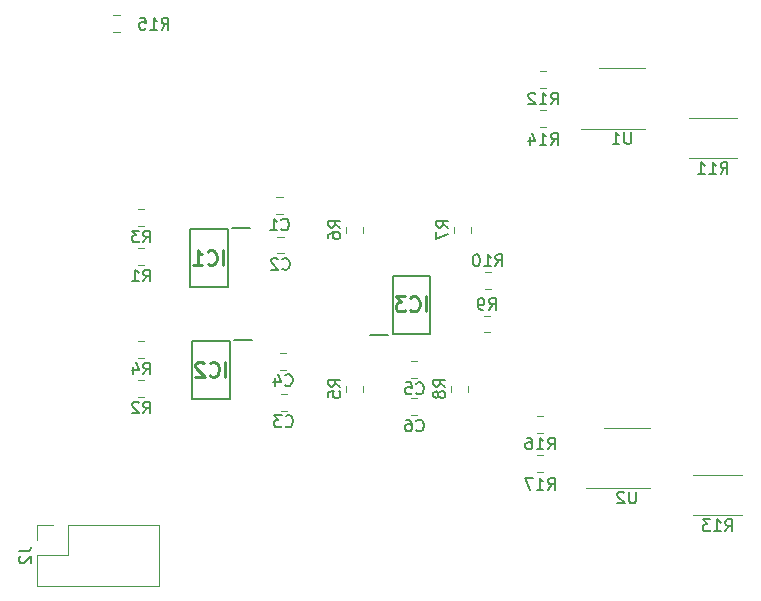
<source format=gbr>
G04 #@! TF.GenerationSoftware,KiCad,Pcbnew,(5.1.5)-3*
G04 #@! TF.CreationDate,2020-10-29T22:06:25+01:00*
G04 #@! TF.ProjectId,res_hat,7265735f-6861-4742-9e6b-696361645f70,rev?*
G04 #@! TF.SameCoordinates,Original*
G04 #@! TF.FileFunction,Legend,Bot*
G04 #@! TF.FilePolarity,Positive*
%FSLAX46Y46*%
G04 Gerber Fmt 4.6, Leading zero omitted, Abs format (unit mm)*
G04 Created by KiCad (PCBNEW (5.1.5)-3) date 2020-10-29 22:06:25*
%MOMM*%
%LPD*%
G04 APERTURE LIST*
%ADD10C,0.200000*%
%ADD11C,0.120000*%
%ADD12C,0.254000*%
%ADD13C,0.150000*%
G04 APERTURE END LIST*
D10*
X88852020Y-132504820D02*
X87327020Y-132504820D01*
X86977020Y-137534820D02*
X86977020Y-132634820D01*
X83777020Y-137534820D02*
X86977020Y-137534820D01*
X83777020Y-132634820D02*
X83777020Y-137534820D01*
X86977020Y-132634820D02*
X83777020Y-132634820D01*
X88669140Y-123050940D02*
X87144140Y-123050940D01*
X86794140Y-128080940D02*
X86794140Y-123180940D01*
X83594140Y-128080940D02*
X86794140Y-128080940D01*
X83594140Y-123180940D02*
X83594140Y-128080940D01*
X86794140Y-123180940D02*
X83594140Y-123180940D01*
D11*
X126245876Y-143951380D02*
X130350004Y-143951380D01*
X126245876Y-147371380D02*
X130350004Y-147371380D01*
X125844556Y-113705060D02*
X129948684Y-113705060D01*
X125844556Y-117125060D02*
X129948684Y-117125060D01*
X77652378Y-106455280D02*
X77135222Y-106455280D01*
X77652378Y-105035280D02*
X77135222Y-105035280D01*
X70689160Y-148164240D02*
X70689160Y-149494240D01*
X72019160Y-148164240D02*
X70689160Y-148164240D01*
X70689160Y-150764240D02*
X70689160Y-153364240D01*
X73289160Y-150764240D02*
X70689160Y-150764240D01*
X73289160Y-148164240D02*
X73289160Y-150764240D01*
X70689160Y-153364240D02*
X80969160Y-153364240D01*
X73289160Y-148164240D02*
X80969160Y-148164240D01*
X80969160Y-148164240D02*
X80969160Y-153364240D01*
X102357422Y-137466000D02*
X102874578Y-137466000D01*
X102357422Y-138886000D02*
X102874578Y-138886000D01*
X102357422Y-134320000D02*
X102874578Y-134320000D01*
X102357422Y-135740000D02*
X102874578Y-135740000D01*
X91260162Y-133630600D02*
X91777318Y-133630600D01*
X91260162Y-135050600D02*
X91777318Y-135050600D01*
X91285562Y-137100240D02*
X91802718Y-137100240D01*
X91285562Y-138520240D02*
X91802718Y-138520240D01*
X91018862Y-123783020D02*
X91536018Y-123783020D01*
X91018862Y-125203020D02*
X91536018Y-125203020D01*
X90940122Y-120445460D02*
X91457278Y-120445460D01*
X90940122Y-121865460D02*
X91457278Y-121865460D01*
X113542578Y-143712000D02*
X113025422Y-143712000D01*
X113542578Y-142292000D02*
X113025422Y-142292000D01*
X113025422Y-138990000D02*
X113542578Y-138990000D01*
X113025422Y-140410000D02*
X113542578Y-140410000D01*
X113796578Y-114502000D02*
X113279422Y-114502000D01*
X113796578Y-113082000D02*
X113279422Y-113082000D01*
X113279422Y-109780000D02*
X113796578Y-109780000D01*
X113279422Y-111200000D02*
X113796578Y-111200000D01*
X109092498Y-128190060D02*
X108575342Y-128190060D01*
X109092498Y-126770060D02*
X108575342Y-126770060D01*
X109023918Y-131890840D02*
X108506762Y-131890840D01*
X109023918Y-130470840D02*
X108506762Y-130470840D01*
X107136000Y-136393422D02*
X107136000Y-136910578D01*
X105716000Y-136393422D02*
X105716000Y-136910578D01*
X107390000Y-122931422D02*
X107390000Y-123448578D01*
X105970000Y-122931422D02*
X105970000Y-123448578D01*
X98246000Y-122931422D02*
X98246000Y-123448578D01*
X96826000Y-122931422D02*
X96826000Y-123448578D01*
X98246000Y-136393422D02*
X98246000Y-136910578D01*
X96826000Y-136393422D02*
X96826000Y-136910578D01*
X79243422Y-132640000D02*
X79760578Y-132640000D01*
X79243422Y-134060000D02*
X79760578Y-134060000D01*
X79243422Y-121464000D02*
X79760578Y-121464000D01*
X79243422Y-122884000D02*
X79760578Y-122884000D01*
X79243422Y-135942000D02*
X79760578Y-135942000D01*
X79243422Y-137362000D02*
X79760578Y-137362000D01*
X79243422Y-124766000D02*
X79760578Y-124766000D01*
X79243422Y-126186000D02*
X79760578Y-126186000D01*
D10*
X98887000Y-132120000D02*
X100414000Y-132120000D01*
X100764000Y-127088000D02*
X100764000Y-131992000D01*
X103960000Y-127088000D02*
X100764000Y-127088000D01*
X103960000Y-131992000D02*
X103960000Y-127088000D01*
X100764000Y-131992000D02*
X103960000Y-131992000D01*
D11*
X120606820Y-145081940D02*
X117156820Y-145081940D01*
X120606820Y-145081940D02*
X122556820Y-145081940D01*
X120606820Y-139961940D02*
X118656820Y-139961940D01*
X120606820Y-139961940D02*
X122556820Y-139961940D01*
X120210580Y-114632420D02*
X116760580Y-114632420D01*
X120210580Y-114632420D02*
X122160580Y-114632420D01*
X120210580Y-109512420D02*
X118260580Y-109512420D01*
X120210580Y-109512420D02*
X122160580Y-109512420D01*
D12*
X86616781Y-135659343D02*
X86616781Y-134389343D01*
X85286305Y-135538391D02*
X85346781Y-135598867D01*
X85528210Y-135659343D01*
X85649162Y-135659343D01*
X85830591Y-135598867D01*
X85951543Y-135477915D01*
X86012020Y-135356962D01*
X86072496Y-135115058D01*
X86072496Y-134933629D01*
X86012020Y-134691724D01*
X85951543Y-134570772D01*
X85830591Y-134449820D01*
X85649162Y-134389343D01*
X85528210Y-134389343D01*
X85346781Y-134449820D01*
X85286305Y-134510296D01*
X84802496Y-134510296D02*
X84742020Y-134449820D01*
X84621067Y-134389343D01*
X84318686Y-134389343D01*
X84197734Y-134449820D01*
X84137258Y-134510296D01*
X84076781Y-134631248D01*
X84076781Y-134752200D01*
X84137258Y-134933629D01*
X84862972Y-135659343D01*
X84076781Y-135659343D01*
X86433901Y-126205463D02*
X86433901Y-124935463D01*
X85103425Y-126084511D02*
X85163901Y-126144987D01*
X85345330Y-126205463D01*
X85466282Y-126205463D01*
X85647711Y-126144987D01*
X85768663Y-126024035D01*
X85829140Y-125903082D01*
X85889616Y-125661178D01*
X85889616Y-125479749D01*
X85829140Y-125237844D01*
X85768663Y-125116892D01*
X85647711Y-124995940D01*
X85466282Y-124935463D01*
X85345330Y-124935463D01*
X85163901Y-124995940D01*
X85103425Y-125056416D01*
X83893901Y-126205463D02*
X84619616Y-126205463D01*
X84256759Y-126205463D02*
X84256759Y-124935463D01*
X84377711Y-125116892D01*
X84498663Y-125237844D01*
X84619616Y-125298320D01*
D13*
X128940797Y-148733760D02*
X129274130Y-148257570D01*
X129512225Y-148733760D02*
X129512225Y-147733760D01*
X129131273Y-147733760D01*
X129036035Y-147781380D01*
X128988416Y-147828999D01*
X128940797Y-147924237D01*
X128940797Y-148067094D01*
X128988416Y-148162332D01*
X129036035Y-148209951D01*
X129131273Y-148257570D01*
X129512225Y-148257570D01*
X127988416Y-148733760D02*
X128559844Y-148733760D01*
X128274130Y-148733760D02*
X128274130Y-147733760D01*
X128369368Y-147876618D01*
X128464606Y-147971856D01*
X128559844Y-148019475D01*
X127655082Y-147733760D02*
X127036035Y-147733760D01*
X127369368Y-148114713D01*
X127226511Y-148114713D01*
X127131273Y-148162332D01*
X127083654Y-148209951D01*
X127036035Y-148305189D01*
X127036035Y-148543284D01*
X127083654Y-148638522D01*
X127131273Y-148686141D01*
X127226511Y-148733760D01*
X127512225Y-148733760D01*
X127607463Y-148686141D01*
X127655082Y-148638522D01*
X128539477Y-118487440D02*
X128872810Y-118011250D01*
X129110905Y-118487440D02*
X129110905Y-117487440D01*
X128729953Y-117487440D01*
X128634715Y-117535060D01*
X128587096Y-117582679D01*
X128539477Y-117677917D01*
X128539477Y-117820774D01*
X128587096Y-117916012D01*
X128634715Y-117963631D01*
X128729953Y-118011250D01*
X129110905Y-118011250D01*
X127587096Y-118487440D02*
X128158524Y-118487440D01*
X127872810Y-118487440D02*
X127872810Y-117487440D01*
X127968048Y-117630298D01*
X128063286Y-117725536D01*
X128158524Y-117773155D01*
X126634715Y-118487440D02*
X127206143Y-118487440D01*
X126920429Y-118487440D02*
X126920429Y-117487440D01*
X127015667Y-117630298D01*
X127110905Y-117725536D01*
X127206143Y-117773155D01*
X81209117Y-106251000D02*
X81542450Y-105774810D01*
X81780545Y-106251000D02*
X81780545Y-105251000D01*
X81399593Y-105251000D01*
X81304355Y-105298620D01*
X81256736Y-105346239D01*
X81209117Y-105441477D01*
X81209117Y-105584334D01*
X81256736Y-105679572D01*
X81304355Y-105727191D01*
X81399593Y-105774810D01*
X81780545Y-105774810D01*
X80256736Y-106251000D02*
X80828164Y-106251000D01*
X80542450Y-106251000D02*
X80542450Y-105251000D01*
X80637688Y-105393858D01*
X80732926Y-105489096D01*
X80828164Y-105536715D01*
X79351974Y-105251000D02*
X79828164Y-105251000D01*
X79875783Y-105727191D01*
X79828164Y-105679572D01*
X79732926Y-105631953D01*
X79494831Y-105631953D01*
X79399593Y-105679572D01*
X79351974Y-105727191D01*
X79304355Y-105822429D01*
X79304355Y-106060524D01*
X79351974Y-106155762D01*
X79399593Y-106203381D01*
X79494831Y-106251000D01*
X79732926Y-106251000D01*
X79828164Y-106203381D01*
X79875783Y-106155762D01*
X69141540Y-150430906D02*
X69855826Y-150430906D01*
X69998683Y-150383287D01*
X70093921Y-150288049D01*
X70141540Y-150145192D01*
X70141540Y-150049954D01*
X69236779Y-150859478D02*
X69189160Y-150907097D01*
X69141540Y-151002335D01*
X69141540Y-151240430D01*
X69189160Y-151335668D01*
X69236779Y-151383287D01*
X69332017Y-151430906D01*
X69427255Y-151430906D01*
X69570112Y-151383287D01*
X70141540Y-150811859D01*
X70141540Y-151430906D01*
X102782666Y-140183142D02*
X102830285Y-140230761D01*
X102973142Y-140278380D01*
X103068380Y-140278380D01*
X103211238Y-140230761D01*
X103306476Y-140135523D01*
X103354095Y-140040285D01*
X103401714Y-139849809D01*
X103401714Y-139706952D01*
X103354095Y-139516476D01*
X103306476Y-139421238D01*
X103211238Y-139326000D01*
X103068380Y-139278380D01*
X102973142Y-139278380D01*
X102830285Y-139326000D01*
X102782666Y-139373619D01*
X101925523Y-139278380D02*
X102116000Y-139278380D01*
X102211238Y-139326000D01*
X102258857Y-139373619D01*
X102354095Y-139516476D01*
X102401714Y-139706952D01*
X102401714Y-140087904D01*
X102354095Y-140183142D01*
X102306476Y-140230761D01*
X102211238Y-140278380D01*
X102020761Y-140278380D01*
X101925523Y-140230761D01*
X101877904Y-140183142D01*
X101830285Y-140087904D01*
X101830285Y-139849809D01*
X101877904Y-139754571D01*
X101925523Y-139706952D01*
X102020761Y-139659333D01*
X102211238Y-139659333D01*
X102306476Y-139706952D01*
X102354095Y-139754571D01*
X102401714Y-139849809D01*
X102782666Y-137037142D02*
X102830285Y-137084761D01*
X102973142Y-137132380D01*
X103068380Y-137132380D01*
X103211238Y-137084761D01*
X103306476Y-136989523D01*
X103354095Y-136894285D01*
X103401714Y-136703809D01*
X103401714Y-136560952D01*
X103354095Y-136370476D01*
X103306476Y-136275238D01*
X103211238Y-136180000D01*
X103068380Y-136132380D01*
X102973142Y-136132380D01*
X102830285Y-136180000D01*
X102782666Y-136227619D01*
X101877904Y-136132380D02*
X102354095Y-136132380D01*
X102401714Y-136608571D01*
X102354095Y-136560952D01*
X102258857Y-136513333D01*
X102020761Y-136513333D01*
X101925523Y-136560952D01*
X101877904Y-136608571D01*
X101830285Y-136703809D01*
X101830285Y-136941904D01*
X101877904Y-137037142D01*
X101925523Y-137084761D01*
X102020761Y-137132380D01*
X102258857Y-137132380D01*
X102354095Y-137084761D01*
X102401714Y-137037142D01*
X91685406Y-136347742D02*
X91733025Y-136395361D01*
X91875882Y-136442980D01*
X91971120Y-136442980D01*
X92113978Y-136395361D01*
X92209216Y-136300123D01*
X92256835Y-136204885D01*
X92304454Y-136014409D01*
X92304454Y-135871552D01*
X92256835Y-135681076D01*
X92209216Y-135585838D01*
X92113978Y-135490600D01*
X91971120Y-135442980D01*
X91875882Y-135442980D01*
X91733025Y-135490600D01*
X91685406Y-135538219D01*
X90828263Y-135776314D02*
X90828263Y-136442980D01*
X91066359Y-135395361D02*
X91304454Y-136109647D01*
X90685406Y-136109647D01*
X91710806Y-139817382D02*
X91758425Y-139865001D01*
X91901282Y-139912620D01*
X91996520Y-139912620D01*
X92139378Y-139865001D01*
X92234616Y-139769763D01*
X92282235Y-139674525D01*
X92329854Y-139484049D01*
X92329854Y-139341192D01*
X92282235Y-139150716D01*
X92234616Y-139055478D01*
X92139378Y-138960240D01*
X91996520Y-138912620D01*
X91901282Y-138912620D01*
X91758425Y-138960240D01*
X91710806Y-139007859D01*
X91377473Y-138912620D02*
X90758425Y-138912620D01*
X91091759Y-139293573D01*
X90948901Y-139293573D01*
X90853663Y-139341192D01*
X90806044Y-139388811D01*
X90758425Y-139484049D01*
X90758425Y-139722144D01*
X90806044Y-139817382D01*
X90853663Y-139865001D01*
X90948901Y-139912620D01*
X91234616Y-139912620D01*
X91329854Y-139865001D01*
X91377473Y-139817382D01*
X91444106Y-126500162D02*
X91491725Y-126547781D01*
X91634582Y-126595400D01*
X91729820Y-126595400D01*
X91872678Y-126547781D01*
X91967916Y-126452543D01*
X92015535Y-126357305D01*
X92063154Y-126166829D01*
X92063154Y-126023972D01*
X92015535Y-125833496D01*
X91967916Y-125738258D01*
X91872678Y-125643020D01*
X91729820Y-125595400D01*
X91634582Y-125595400D01*
X91491725Y-125643020D01*
X91444106Y-125690639D01*
X91063154Y-125690639D02*
X91015535Y-125643020D01*
X90920297Y-125595400D01*
X90682201Y-125595400D01*
X90586963Y-125643020D01*
X90539344Y-125690639D01*
X90491725Y-125785877D01*
X90491725Y-125881115D01*
X90539344Y-126023972D01*
X91110773Y-126595400D01*
X90491725Y-126595400D01*
X91365366Y-123162602D02*
X91412985Y-123210221D01*
X91555842Y-123257840D01*
X91651080Y-123257840D01*
X91793938Y-123210221D01*
X91889176Y-123114983D01*
X91936795Y-123019745D01*
X91984414Y-122829269D01*
X91984414Y-122686412D01*
X91936795Y-122495936D01*
X91889176Y-122400698D01*
X91793938Y-122305460D01*
X91651080Y-122257840D01*
X91555842Y-122257840D01*
X91412985Y-122305460D01*
X91365366Y-122353079D01*
X90412985Y-123257840D02*
X90984414Y-123257840D01*
X90698700Y-123257840D02*
X90698700Y-122257840D01*
X90793938Y-122400698D01*
X90889176Y-122495936D01*
X90984414Y-122543555D01*
X113926857Y-145232380D02*
X114260190Y-144756190D01*
X114498285Y-145232380D02*
X114498285Y-144232380D01*
X114117333Y-144232380D01*
X114022095Y-144280000D01*
X113974476Y-144327619D01*
X113926857Y-144422857D01*
X113926857Y-144565714D01*
X113974476Y-144660952D01*
X114022095Y-144708571D01*
X114117333Y-144756190D01*
X114498285Y-144756190D01*
X112974476Y-145232380D02*
X113545904Y-145232380D01*
X113260190Y-145232380D02*
X113260190Y-144232380D01*
X113355428Y-144375238D01*
X113450666Y-144470476D01*
X113545904Y-144518095D01*
X112641142Y-144232380D02*
X111974476Y-144232380D01*
X112403047Y-145232380D01*
X113926857Y-141802380D02*
X114260190Y-141326190D01*
X114498285Y-141802380D02*
X114498285Y-140802380D01*
X114117333Y-140802380D01*
X114022095Y-140850000D01*
X113974476Y-140897619D01*
X113926857Y-140992857D01*
X113926857Y-141135714D01*
X113974476Y-141230952D01*
X114022095Y-141278571D01*
X114117333Y-141326190D01*
X114498285Y-141326190D01*
X112974476Y-141802380D02*
X113545904Y-141802380D01*
X113260190Y-141802380D02*
X113260190Y-140802380D01*
X113355428Y-140945238D01*
X113450666Y-141040476D01*
X113545904Y-141088095D01*
X112117333Y-140802380D02*
X112307809Y-140802380D01*
X112403047Y-140850000D01*
X112450666Y-140897619D01*
X112545904Y-141040476D01*
X112593523Y-141230952D01*
X112593523Y-141611904D01*
X112545904Y-141707142D01*
X112498285Y-141754761D01*
X112403047Y-141802380D01*
X112212571Y-141802380D01*
X112117333Y-141754761D01*
X112069714Y-141707142D01*
X112022095Y-141611904D01*
X112022095Y-141373809D01*
X112069714Y-141278571D01*
X112117333Y-141230952D01*
X112212571Y-141183333D01*
X112403047Y-141183333D01*
X112498285Y-141230952D01*
X112545904Y-141278571D01*
X112593523Y-141373809D01*
X114180857Y-116022380D02*
X114514190Y-115546190D01*
X114752285Y-116022380D02*
X114752285Y-115022380D01*
X114371333Y-115022380D01*
X114276095Y-115070000D01*
X114228476Y-115117619D01*
X114180857Y-115212857D01*
X114180857Y-115355714D01*
X114228476Y-115450952D01*
X114276095Y-115498571D01*
X114371333Y-115546190D01*
X114752285Y-115546190D01*
X113228476Y-116022380D02*
X113799904Y-116022380D01*
X113514190Y-116022380D02*
X113514190Y-115022380D01*
X113609428Y-115165238D01*
X113704666Y-115260476D01*
X113799904Y-115308095D01*
X112371333Y-115355714D02*
X112371333Y-116022380D01*
X112609428Y-114974761D02*
X112847523Y-115689047D01*
X112228476Y-115689047D01*
X114180857Y-112592380D02*
X114514190Y-112116190D01*
X114752285Y-112592380D02*
X114752285Y-111592380D01*
X114371333Y-111592380D01*
X114276095Y-111640000D01*
X114228476Y-111687619D01*
X114180857Y-111782857D01*
X114180857Y-111925714D01*
X114228476Y-112020952D01*
X114276095Y-112068571D01*
X114371333Y-112116190D01*
X114752285Y-112116190D01*
X113228476Y-112592380D02*
X113799904Y-112592380D01*
X113514190Y-112592380D02*
X113514190Y-111592380D01*
X113609428Y-111735238D01*
X113704666Y-111830476D01*
X113799904Y-111878095D01*
X112847523Y-111687619D02*
X112799904Y-111640000D01*
X112704666Y-111592380D01*
X112466571Y-111592380D01*
X112371333Y-111640000D01*
X112323714Y-111687619D01*
X112276095Y-111782857D01*
X112276095Y-111878095D01*
X112323714Y-112020952D01*
X112895142Y-112592380D01*
X112276095Y-112592380D01*
X109476777Y-126282440D02*
X109810110Y-125806250D01*
X110048205Y-126282440D02*
X110048205Y-125282440D01*
X109667253Y-125282440D01*
X109572015Y-125330060D01*
X109524396Y-125377679D01*
X109476777Y-125472917D01*
X109476777Y-125615774D01*
X109524396Y-125711012D01*
X109572015Y-125758631D01*
X109667253Y-125806250D01*
X110048205Y-125806250D01*
X108524396Y-126282440D02*
X109095824Y-126282440D01*
X108810110Y-126282440D02*
X108810110Y-125282440D01*
X108905348Y-125425298D01*
X109000586Y-125520536D01*
X109095824Y-125568155D01*
X107905348Y-125282440D02*
X107810110Y-125282440D01*
X107714872Y-125330060D01*
X107667253Y-125377679D01*
X107619634Y-125472917D01*
X107572015Y-125663393D01*
X107572015Y-125901488D01*
X107619634Y-126091964D01*
X107667253Y-126187202D01*
X107714872Y-126234821D01*
X107810110Y-126282440D01*
X107905348Y-126282440D01*
X108000586Y-126234821D01*
X108048205Y-126187202D01*
X108095824Y-126091964D01*
X108143443Y-125901488D01*
X108143443Y-125663393D01*
X108095824Y-125472917D01*
X108048205Y-125377679D01*
X108000586Y-125330060D01*
X107905348Y-125282440D01*
X108932006Y-129983220D02*
X109265340Y-129507030D01*
X109503435Y-129983220D02*
X109503435Y-128983220D01*
X109122482Y-128983220D01*
X109027244Y-129030840D01*
X108979625Y-129078459D01*
X108932006Y-129173697D01*
X108932006Y-129316554D01*
X108979625Y-129411792D01*
X109027244Y-129459411D01*
X109122482Y-129507030D01*
X109503435Y-129507030D01*
X108455816Y-129983220D02*
X108265340Y-129983220D01*
X108170101Y-129935601D01*
X108122482Y-129887982D01*
X108027244Y-129745125D01*
X107979625Y-129554649D01*
X107979625Y-129173697D01*
X108027244Y-129078459D01*
X108074863Y-129030840D01*
X108170101Y-128983220D01*
X108360578Y-128983220D01*
X108455816Y-129030840D01*
X108503435Y-129078459D01*
X108551054Y-129173697D01*
X108551054Y-129411792D01*
X108503435Y-129507030D01*
X108455816Y-129554649D01*
X108360578Y-129602268D01*
X108170101Y-129602268D01*
X108074863Y-129554649D01*
X108027244Y-129507030D01*
X107979625Y-129411792D01*
X105228380Y-136485333D02*
X104752190Y-136152000D01*
X105228380Y-135913904D02*
X104228380Y-135913904D01*
X104228380Y-136294857D01*
X104276000Y-136390095D01*
X104323619Y-136437714D01*
X104418857Y-136485333D01*
X104561714Y-136485333D01*
X104656952Y-136437714D01*
X104704571Y-136390095D01*
X104752190Y-136294857D01*
X104752190Y-135913904D01*
X104656952Y-137056761D02*
X104609333Y-136961523D01*
X104561714Y-136913904D01*
X104466476Y-136866285D01*
X104418857Y-136866285D01*
X104323619Y-136913904D01*
X104276000Y-136961523D01*
X104228380Y-137056761D01*
X104228380Y-137247238D01*
X104276000Y-137342476D01*
X104323619Y-137390095D01*
X104418857Y-137437714D01*
X104466476Y-137437714D01*
X104561714Y-137390095D01*
X104609333Y-137342476D01*
X104656952Y-137247238D01*
X104656952Y-137056761D01*
X104704571Y-136961523D01*
X104752190Y-136913904D01*
X104847428Y-136866285D01*
X105037904Y-136866285D01*
X105133142Y-136913904D01*
X105180761Y-136961523D01*
X105228380Y-137056761D01*
X105228380Y-137247238D01*
X105180761Y-137342476D01*
X105133142Y-137390095D01*
X105037904Y-137437714D01*
X104847428Y-137437714D01*
X104752190Y-137390095D01*
X104704571Y-137342476D01*
X104656952Y-137247238D01*
X105482380Y-123023333D02*
X105006190Y-122690000D01*
X105482380Y-122451904D02*
X104482380Y-122451904D01*
X104482380Y-122832857D01*
X104530000Y-122928095D01*
X104577619Y-122975714D01*
X104672857Y-123023333D01*
X104815714Y-123023333D01*
X104910952Y-122975714D01*
X104958571Y-122928095D01*
X105006190Y-122832857D01*
X105006190Y-122451904D01*
X104482380Y-123356666D02*
X104482380Y-124023333D01*
X105482380Y-123594761D01*
X96338380Y-123023333D02*
X95862190Y-122690000D01*
X96338380Y-122451904D02*
X95338380Y-122451904D01*
X95338380Y-122832857D01*
X95386000Y-122928095D01*
X95433619Y-122975714D01*
X95528857Y-123023333D01*
X95671714Y-123023333D01*
X95766952Y-122975714D01*
X95814571Y-122928095D01*
X95862190Y-122832857D01*
X95862190Y-122451904D01*
X95338380Y-123880476D02*
X95338380Y-123690000D01*
X95386000Y-123594761D01*
X95433619Y-123547142D01*
X95576476Y-123451904D01*
X95766952Y-123404285D01*
X96147904Y-123404285D01*
X96243142Y-123451904D01*
X96290761Y-123499523D01*
X96338380Y-123594761D01*
X96338380Y-123785238D01*
X96290761Y-123880476D01*
X96243142Y-123928095D01*
X96147904Y-123975714D01*
X95909809Y-123975714D01*
X95814571Y-123928095D01*
X95766952Y-123880476D01*
X95719333Y-123785238D01*
X95719333Y-123594761D01*
X95766952Y-123499523D01*
X95814571Y-123451904D01*
X95909809Y-123404285D01*
X96338380Y-136485333D02*
X95862190Y-136152000D01*
X96338380Y-135913904D02*
X95338380Y-135913904D01*
X95338380Y-136294857D01*
X95386000Y-136390095D01*
X95433619Y-136437714D01*
X95528857Y-136485333D01*
X95671714Y-136485333D01*
X95766952Y-136437714D01*
X95814571Y-136390095D01*
X95862190Y-136294857D01*
X95862190Y-135913904D01*
X95338380Y-137390095D02*
X95338380Y-136913904D01*
X95814571Y-136866285D01*
X95766952Y-136913904D01*
X95719333Y-137009142D01*
X95719333Y-137247238D01*
X95766952Y-137342476D01*
X95814571Y-137390095D01*
X95909809Y-137437714D01*
X96147904Y-137437714D01*
X96243142Y-137390095D01*
X96290761Y-137342476D01*
X96338380Y-137247238D01*
X96338380Y-137009142D01*
X96290761Y-136913904D01*
X96243142Y-136866285D01*
X79668666Y-135452380D02*
X80002000Y-134976190D01*
X80240095Y-135452380D02*
X80240095Y-134452380D01*
X79859142Y-134452380D01*
X79763904Y-134500000D01*
X79716285Y-134547619D01*
X79668666Y-134642857D01*
X79668666Y-134785714D01*
X79716285Y-134880952D01*
X79763904Y-134928571D01*
X79859142Y-134976190D01*
X80240095Y-134976190D01*
X78811523Y-134785714D02*
X78811523Y-135452380D01*
X79049619Y-134404761D02*
X79287714Y-135119047D01*
X78668666Y-135119047D01*
X79668666Y-124276380D02*
X80002000Y-123800190D01*
X80240095Y-124276380D02*
X80240095Y-123276380D01*
X79859142Y-123276380D01*
X79763904Y-123324000D01*
X79716285Y-123371619D01*
X79668666Y-123466857D01*
X79668666Y-123609714D01*
X79716285Y-123704952D01*
X79763904Y-123752571D01*
X79859142Y-123800190D01*
X80240095Y-123800190D01*
X79335333Y-123276380D02*
X78716285Y-123276380D01*
X79049619Y-123657333D01*
X78906761Y-123657333D01*
X78811523Y-123704952D01*
X78763904Y-123752571D01*
X78716285Y-123847809D01*
X78716285Y-124085904D01*
X78763904Y-124181142D01*
X78811523Y-124228761D01*
X78906761Y-124276380D01*
X79192476Y-124276380D01*
X79287714Y-124228761D01*
X79335333Y-124181142D01*
X79668666Y-138754380D02*
X80002000Y-138278190D01*
X80240095Y-138754380D02*
X80240095Y-137754380D01*
X79859142Y-137754380D01*
X79763904Y-137802000D01*
X79716285Y-137849619D01*
X79668666Y-137944857D01*
X79668666Y-138087714D01*
X79716285Y-138182952D01*
X79763904Y-138230571D01*
X79859142Y-138278190D01*
X80240095Y-138278190D01*
X79287714Y-137849619D02*
X79240095Y-137802000D01*
X79144857Y-137754380D01*
X78906761Y-137754380D01*
X78811523Y-137802000D01*
X78763904Y-137849619D01*
X78716285Y-137944857D01*
X78716285Y-138040095D01*
X78763904Y-138182952D01*
X79335333Y-138754380D01*
X78716285Y-138754380D01*
X79668666Y-127578380D02*
X80002000Y-127102190D01*
X80240095Y-127578380D02*
X80240095Y-126578380D01*
X79859142Y-126578380D01*
X79763904Y-126626000D01*
X79716285Y-126673619D01*
X79668666Y-126768857D01*
X79668666Y-126911714D01*
X79716285Y-127006952D01*
X79763904Y-127054571D01*
X79859142Y-127102190D01*
X80240095Y-127102190D01*
X78716285Y-127578380D02*
X79287714Y-127578380D01*
X79002000Y-127578380D02*
X79002000Y-126578380D01*
X79097238Y-126721238D01*
X79192476Y-126816476D01*
X79287714Y-126864095D01*
D12*
X103601761Y-130114523D02*
X103601761Y-128844523D01*
X102271285Y-129993571D02*
X102331761Y-130054047D01*
X102513190Y-130114523D01*
X102634142Y-130114523D01*
X102815571Y-130054047D01*
X102936523Y-129933095D01*
X102997000Y-129812142D01*
X103057476Y-129570238D01*
X103057476Y-129388809D01*
X102997000Y-129146904D01*
X102936523Y-129025952D01*
X102815571Y-128905000D01*
X102634142Y-128844523D01*
X102513190Y-128844523D01*
X102331761Y-128905000D01*
X102271285Y-128965476D01*
X101847952Y-128844523D02*
X101061761Y-128844523D01*
X101485095Y-129328333D01*
X101303666Y-129328333D01*
X101182714Y-129388809D01*
X101122238Y-129449285D01*
X101061761Y-129570238D01*
X101061761Y-129872619D01*
X101122238Y-129993571D01*
X101182714Y-130054047D01*
X101303666Y-130114523D01*
X101666523Y-130114523D01*
X101787476Y-130054047D01*
X101847952Y-129993571D01*
D13*
X121368724Y-145374320D02*
X121368724Y-146183844D01*
X121321105Y-146279082D01*
X121273486Y-146326701D01*
X121178248Y-146374320D01*
X120987772Y-146374320D01*
X120892534Y-146326701D01*
X120844915Y-146279082D01*
X120797296Y-146183844D01*
X120797296Y-145374320D01*
X120368724Y-145469559D02*
X120321105Y-145421940D01*
X120225867Y-145374320D01*
X119987772Y-145374320D01*
X119892534Y-145421940D01*
X119844915Y-145469559D01*
X119797296Y-145564797D01*
X119797296Y-145660035D01*
X119844915Y-145802892D01*
X120416343Y-146374320D01*
X119797296Y-146374320D01*
X120972484Y-114924800D02*
X120972484Y-115734324D01*
X120924865Y-115829562D01*
X120877246Y-115877181D01*
X120782008Y-115924800D01*
X120591532Y-115924800D01*
X120496294Y-115877181D01*
X120448675Y-115829562D01*
X120401056Y-115734324D01*
X120401056Y-114924800D01*
X119401056Y-115924800D02*
X119972484Y-115924800D01*
X119686770Y-115924800D02*
X119686770Y-114924800D01*
X119782008Y-115067658D01*
X119877246Y-115162896D01*
X119972484Y-115210515D01*
M02*

</source>
